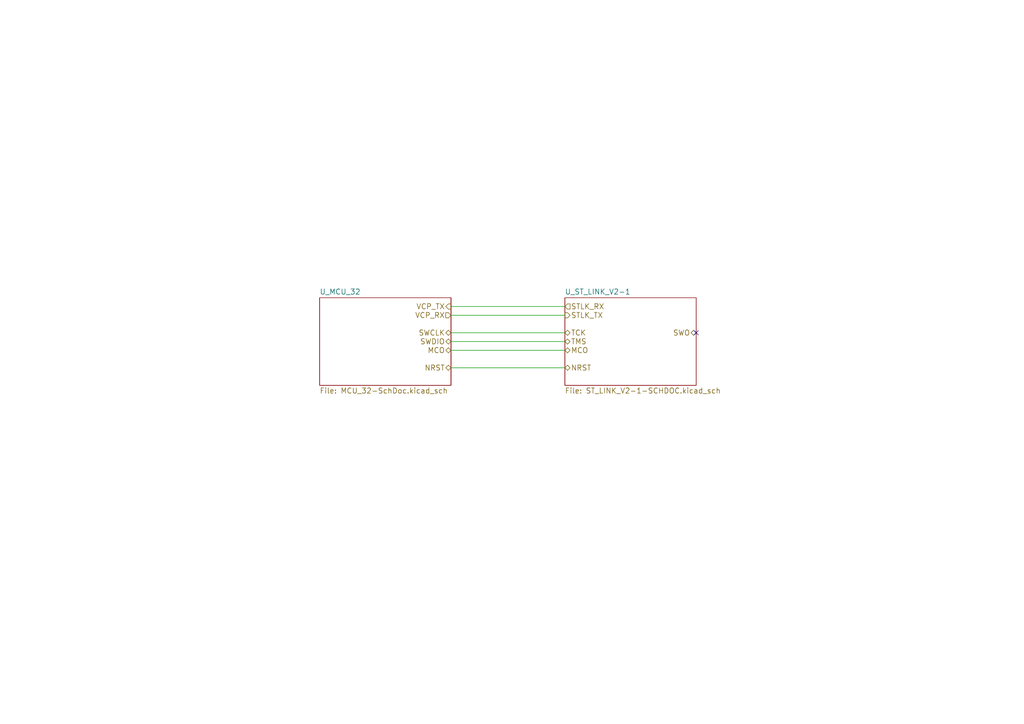
<source format=kicad_sch>
(kicad_sch (version 20230121) (generator eeschema)
  (paper "A4")
  (title_block (title "Nucleo32 - MB1180") (date "*") (rev "C.1") (company "ST Microelectronics") (comment 1 "REV B: SB14 changed to JP1 Jumper for easy IDD measurement, and enlarge board length; CN1 USB PN changed to Micro-B for Device.") (comment 2 "REV C: Add SB18/SB16 for connecting D4/D5 to A4/A5"))
  (lib_symbols)
  (no_connect (at 201.93 96.52))
  (wire (pts (xy 163.83 91.44) (xy 130.81 91.44)))
  (wire (pts (xy 163.83 99.06) (xy 130.81 99.06)))
  (wire (pts (xy 163.83 106.68) (xy 130.81 106.68)))
  (wire (pts (xy 163.83 96.52) (xy 130.81 96.52)))
  (wire (pts (xy 163.83 101.6) (xy 130.81 101.6)))
  (wire (pts (xy 163.83 88.9) (xy 130.81 88.9)))
  (hierarchical_label "VCP_RX" (shape input) (at 130.81 91.44 180) (effects (font (size 1.524 1.524))))
  (hierarchical_label "SWO" (shape bidirectional) (at 201.93 96.52 180) (effects (font (size 1.524 1.524))))
  (hierarchical_label "STLK_RX" (shape input) (at 163.83 88.9 0) (effects (font (size 1.524 1.524))))
  (hierarchical_label "NRST" (shape bidirectional) (at 163.83 106.68 0) (effects (font (size 1.524 1.524))))
  (hierarchical_label "STLK_TX" (shape output) (at 163.83 91.44 0) (effects (font (size 1.524 1.524))))
  (hierarchical_label "VCP_TX" (shape output) (at 130.81 88.9 180) (effects (font (size 1.524 1.524))))
  (hierarchical_label "MCO" (shape bidirectional) (at 130.81 101.6 180) (effects (font (size 1.524 1.524))))
  (hierarchical_label "TCK" (shape bidirectional) (at 163.83 96.52 0) (effects (font (size 1.524 1.524))))
  (hierarchical_label "SWCLK" (shape bidirectional) (at 130.81 96.52 180) (effects (font (size 1.524 1.524))))
  (hierarchical_label "MCO" (shape bidirectional) (at 163.83 101.6 0) (effects (font (size 1.524 1.524))))
  (hierarchical_label "NRST" (shape bidirectional) (at 130.81 106.68 180) (effects (font (size 1.524 1.524))))
  (hierarchical_label "SWDIO" (shape bidirectional) (at 130.81 99.06 180) (effects (font (size 1.524 1.524))))
  (hierarchical_label "TMS" (shape bidirectional) (at 163.83 99.06 0) (effects (font (size 1.524 1.524))))
  (sheet (at 163.83 86.36) (size 38.1 25.4)
    (property "Sheetname" "U_ST_LINK_V2-1" (at 163.83 85.5214 0) (effects (font (size 1.524 1.524)) (justify left bottom)))
    (property "Sheetfile" "ST_LINK_V2-1-SCHDOC.kicad_sch" (at 163.83 112.4462 0) (effects (font (size 1.524 1.524)) (justify left top)))
  )
  (sheet (at 92.71 86.36) (size 38.1 25.4)
    (property "Sheetname" "U_MCU_32" (at 92.71 85.5214 0) (effects (font (size 1.524 1.524)) (justify left bottom)))
    (property "Sheetfile" "MCU_32-SchDoc.kicad_sch" (at 92.71 112.4462 0) (effects (font (size 1.524 1.524)) (justify left top)))
  )
)
</source>
